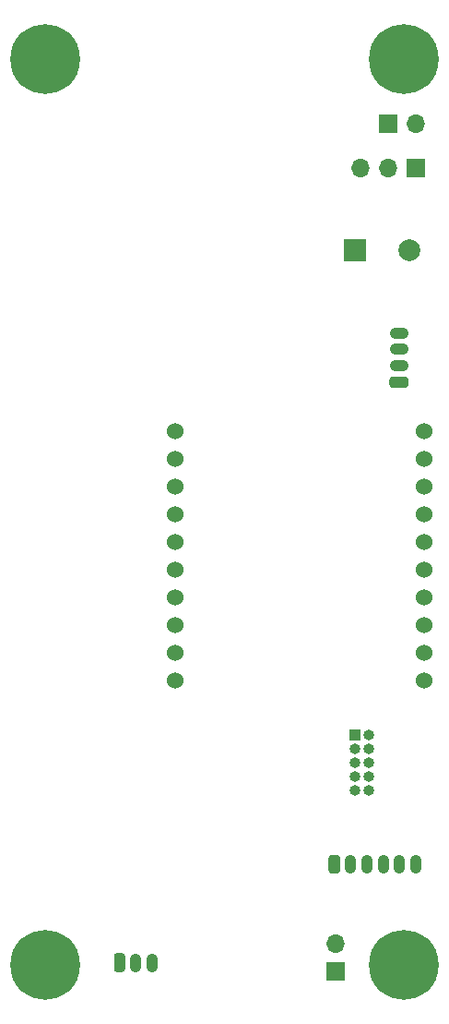
<source format=gbr>
%TF.GenerationSoftware,KiCad,Pcbnew,(5.1.9)-1*%
%TF.CreationDate,2021-09-29T18:46:32+03:00*%
%TF.ProjectId,jantteri-motor-pwr,6a616e74-7465-4726-992d-6d6f746f722d,rev?*%
%TF.SameCoordinates,Original*%
%TF.FileFunction,Soldermask,Bot*%
%TF.FilePolarity,Negative*%
%FSLAX46Y46*%
G04 Gerber Fmt 4.6, Leading zero omitted, Abs format (unit mm)*
G04 Created by KiCad (PCBNEW (5.1.9)-1) date 2021-09-29 18:46:32*
%MOMM*%
%LPD*%
G01*
G04 APERTURE LIST*
%ADD10C,1.524000*%
%ADD11R,2.000000X2.000000*%
%ADD12C,2.000000*%
%ADD13C,0.800000*%
%ADD14C,6.400000*%
%ADD15O,1.030000X1.730000*%
%ADD16R,1.000000X1.000000*%
%ADD17O,1.000000X1.000000*%
%ADD18O,1.730000X1.030000*%
%ADD19R,1.700000X1.700000*%
%ADD20O,1.700000X1.700000*%
G04 APERTURE END LIST*
D10*
%TO.C,U1*%
X91757500Y-100457000D03*
X91757500Y-102997000D03*
X91757500Y-105537000D03*
X91757500Y-108077000D03*
X91757500Y-110617000D03*
X91757500Y-113157000D03*
X91757500Y-115697000D03*
X91757500Y-118237000D03*
X91757500Y-120777000D03*
X91757500Y-123317000D03*
X114617500Y-100457000D03*
X114617500Y-102997000D03*
X114617500Y-105537000D03*
X114617500Y-108077000D03*
X114617500Y-110617000D03*
X114617500Y-113157000D03*
X114617500Y-115697000D03*
X114617500Y-118237000D03*
X114617500Y-120777000D03*
X114617500Y-123317000D03*
%TD*%
D11*
%TO.C,C16*%
X108331000Y-83820000D03*
D12*
X113331000Y-83820000D03*
%TD*%
D13*
%TO.C,H1*%
X81580056Y-147654944D03*
X79883000Y-146952000D03*
X78185944Y-147654944D03*
X77483000Y-149352000D03*
X78185944Y-151049056D03*
X79883000Y-151752000D03*
X81580056Y-151049056D03*
X82283000Y-149352000D03*
D14*
X79883000Y-149352000D03*
%TD*%
D13*
%TO.C,H2*%
X114473056Y-64596944D03*
X112776000Y-63894000D03*
X111078944Y-64596944D03*
X110376000Y-66294000D03*
X111078944Y-67991056D03*
X112776000Y-68694000D03*
X114473056Y-67991056D03*
X115176000Y-66294000D03*
D14*
X112776000Y-66294000D03*
%TD*%
%TO.C,H3*%
X79883000Y-66294000D03*
D13*
X82283000Y-66294000D03*
X81580056Y-67991056D03*
X79883000Y-68694000D03*
X78185944Y-67991056D03*
X77483000Y-66294000D03*
X78185944Y-64596944D03*
X79883000Y-63894000D03*
X81580056Y-64596944D03*
%TD*%
D14*
%TO.C,H4*%
X112776000Y-149352000D03*
D13*
X115176000Y-149352000D03*
X114473056Y-151049056D03*
X112776000Y-151752000D03*
X111078944Y-151049056D03*
X110376000Y-149352000D03*
X111078944Y-147654944D03*
X112776000Y-146952000D03*
X114473056Y-147654944D03*
%TD*%
%TO.C,J1*%
G36*
G01*
X105880000Y-140759501D02*
X105880000Y-139529499D01*
G75*
G02*
X106129999Y-139279500I249999J0D01*
G01*
X106660001Y-139279500D01*
G75*
G02*
X106910000Y-139529499I0J-249999D01*
G01*
X106910000Y-140759501D01*
G75*
G02*
X106660001Y-141009500I-249999J0D01*
G01*
X106129999Y-141009500D01*
G75*
G02*
X105880000Y-140759501I0J249999D01*
G01*
G37*
D15*
X107895000Y-140144500D03*
X109395000Y-140144500D03*
X110895000Y-140144500D03*
X112395000Y-140144500D03*
X113895000Y-140144500D03*
%TD*%
D16*
%TO.C,J2*%
X108267500Y-128270000D03*
D17*
X109537500Y-128270000D03*
X108267500Y-129540000D03*
X109537500Y-129540000D03*
X108267500Y-130810000D03*
X109537500Y-130810000D03*
X108267500Y-132080000D03*
X109537500Y-132080000D03*
X108267500Y-133350000D03*
X109537500Y-133350000D03*
%TD*%
%TO.C,J3*%
G36*
G01*
X112946501Y-96455000D02*
X111716499Y-96455000D01*
G75*
G02*
X111466500Y-96205001I0J249999D01*
G01*
X111466500Y-95674999D01*
G75*
G02*
X111716499Y-95425000I249999J0D01*
G01*
X112946501Y-95425000D01*
G75*
G02*
X113196500Y-95674999I0J-249999D01*
G01*
X113196500Y-96205001D01*
G75*
G02*
X112946501Y-96455000I-249999J0D01*
G01*
G37*
D18*
X112331500Y-94440000D03*
X112331500Y-92940000D03*
X112331500Y-91440000D03*
%TD*%
%TO.C,J4*%
G36*
G01*
X86162500Y-149776501D02*
X86162500Y-148546499D01*
G75*
G02*
X86412499Y-148296500I249999J0D01*
G01*
X86942501Y-148296500D01*
G75*
G02*
X87192500Y-148546499I0J-249999D01*
G01*
X87192500Y-149776501D01*
G75*
G02*
X86942501Y-150026500I-249999J0D01*
G01*
X86412499Y-150026500D01*
G75*
G02*
X86162500Y-149776501I0J249999D01*
G01*
G37*
D15*
X88177500Y-149161500D03*
X89677500Y-149161500D03*
%TD*%
D19*
%TO.C,J5*%
X111315500Y-72199500D03*
D20*
X113855500Y-72199500D03*
%TD*%
D19*
%TO.C,J6*%
X113855500Y-76263500D03*
D20*
X111315500Y-76263500D03*
X108775500Y-76263500D03*
%TD*%
%TO.C,J7*%
X106553000Y-147447000D03*
D19*
X106553000Y-149987000D03*
%TD*%
M02*

</source>
